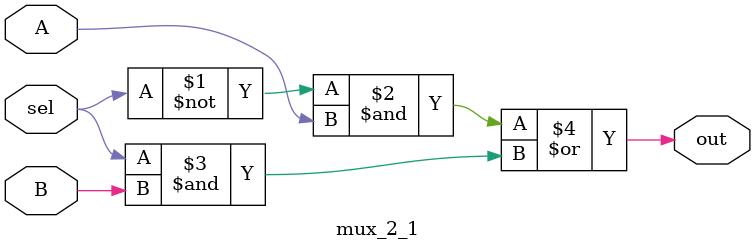
<source format=v>
module mux_2_1(A, B, sel, out);
	
	input A, B; 
	input sel;
	output out;
	
	assign out = ~sel & A | sel & B;
	
endmodule

</source>
